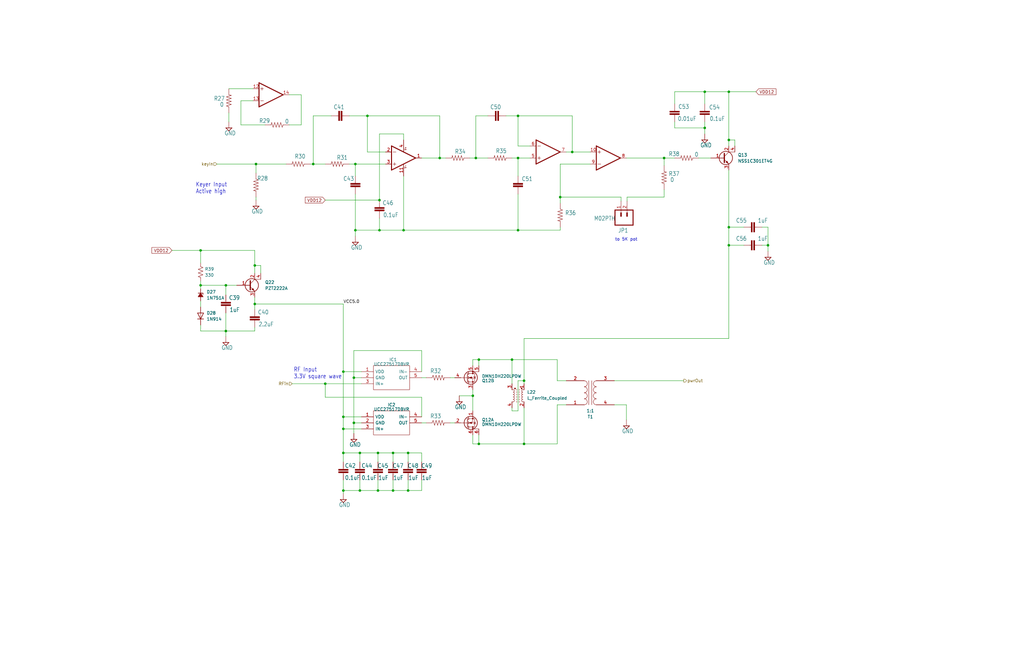
<source format=kicad_sch>
(kicad_sch (version 20230121) (generator eeschema)
  (paper "B")
  (lib_symbols
    (symbol "Device:D" (pin_numbers hide) (pin_names (offset 1.016) hide)
      (property "Reference" "D" (at 0 2.54 0))
      (property "Value" "D" (at 0 -2.54 0))
      (symbol "D_1_1"
        (pin passive line (at -3.81 0 0) (length 2.54) (name "K") (number "1"))
        (pin passive line (at 3.81 0 180) (length 2.54) (name "A") (number "2"))
      )
    )
    (symbol "Device:D_Zener_Small_Filled" (pin_numbers hide) (pin_names (offset 0.254) hide)
      (property "Reference" "D" (at 0 2.286 0))
      (property "Value" "D_Zener_Small_Filled" (at 0 -2.286 0))
      (symbol "D_Zener_Small_Filled_1_1"
        (pin passive line (at -2.54 0 0) (length 1.778) (name "K") (number "1"))
        (pin passive line (at 2.54 0 180) (length 1.778) (name "A") (number "2"))
      )
    )
    (symbol "Device:L_Ferrite_Coupled" (pin_names (offset 0.254) hide)
      (property "Reference" "L" (at 0 4.445 0))
      (property "Value" "L_Ferrite_Coupled" (at 0 -4.445 0))
      (symbol "L_Ferrite_Coupled_1_1"
        (pin passive line (at -5.08 2.54 0) (length 2.54) (name "1") (number "1"))
        (pin passive line (at 5.08 2.54 180) (length 2.54) (name "2") (number "2"))
        (pin passive line (at -5.08 -2.54 0) (length 2.54) (name "3") (number "3"))
        (pin passive line (at 5.08 -2.54 180) (length 2.54) (name "4") (number "4"))
      )
    )
    (symbol "Device:Q_Dual_NMOS_S1G1S2G2D2D2D1D1" (pin_names (offset 0) hide)
      (property "Reference" "Q12" (at 6.35 -1.27 0))
      (property "Value" "DMN10H220LPDW" (at 6.35 0.635 0))
      (symbol "Q_Dual_NMOS_S1G1S2G2D2D2D1D1_1_1"
        (pin passive line (at 2.54 -5.08 90) (length 2.54) (name "S") (number "1"))
        (pin input line (at -5.08 0 0) (length 2.54) (name "G") (number "2"))
        (pin passive line (at 2.54 5.08 270) (length 2.54) (name "D") (number "6"))
        (pin passive line (at 5.08 5.08 270) (length 2.54) (name "D") (number "6"))
      )
      (symbol "Q_Dual_NMOS_S1G1S2G2D2D2D1D1_2_1"
        (pin passive line (at 2.54 -5.08 90) (length 2.54) (name "S") (number "3"))
        (pin input line (at -5.08 0 0) (length 2.54) (name "G") (number "4"))
        (pin passive line (at 2.54 5.08 270) (length 2.54) (name "D") (number "5"))
        (pin passive line (at 5.08 5.08 270) (length 2.54) (name "D") (number "5"))
      )
    )
    (symbol "Device:Q_NPN_BCEC" (pin_names (offset 0) hide)
      (property "Reference" "Q" (at 5.08 1.27 0))
      (property "Value" "Q_NPN_BCEC" (at 5.08 -1.27 0))
      (symbol "Q_NPN_BCEC_1_1"
        (pin input line (at -5.08 0 0) (length 5.715) (name "B") (number "1"))
        (pin passive line (at 2.54 5.08 270) (length 2.54) (name "C") (number "2"))
        (pin passive line (at 2.54 -5.08 90) (length 2.54) (name "E") (number "3"))
        (pin passive line (at 5.08 5.08 270) (length 2.54) (name "C") (number "4"))
      )
    )
    (symbol "Device:R_US" (pin_numbers hide) (pin_names (offset 0))
      (property "Reference" "R" (at 2.54 0 90))
      (property "Value" "R_US" (at -2.54 0 90))
      (symbol "R_US_1_1"
        (pin passive line (at 0 3.81 270) (length 1.27) (name "~") (number "1"))
        (pin passive line (at 0 -3.81 90) (length 1.27) (name "~") (number "2"))
      )
    )
    (symbol "Device:Transformer_1P_1S" (pin_names (offset 1.016) hide)
      (property "Reference" "T" (at 0 6.35 0))
      (property "Value" "Transformer_1P_1S" (at 0 -7.62 0))
      (symbol "Transformer_1P_1S_1_1"
        (pin passive line (at -10.16 5.08 0) (length 7.62) (name "AA") (number "1"))
        (pin passive line (at -10.16 -5.08 0) (length 7.62) (name "AB") (number "2"))
        (pin passive line (at 10.16 -5.08 180) (length 7.62) (name "SA") (number "3"))
        (pin passive line (at 10.16 5.08 180) (length 7.62) (name "SB") (number "4"))
      )
    )
    (symbol "OPA1679IDR_1"
      (symbol "OPA1679IDR_1_1_0"
        (pin output line (at 7.62 0 180) (length 2.54) (name "OUT") (number "1"))
        (pin input line (at -7.62 -2.54 0) (length 2.54) (name "-IN") (number "2"))
        (pin input line (at -7.62 2.54 0) (length 2.54) (name "+IN") (number "3"))
      )
      (symbol "OPA1679IDR_1_2_0"
        (pin input line (at -7.62 2.54 0) (length 2.54) (name "+IN") (number "5"))
        (pin input line (at -7.62 -2.54 0) (length 2.54) (name "-IN") (number "6"))
        (pin output line (at 7.62 0 180) (length 2.54) (name "OUT") (number "7"))
      )
      (symbol "OPA1679IDR_1_3_0"
        (pin input line (at -7.62 2.54 0) (length 2.54) (name "+IN") (number "10"))
        (pin output line (at 7.62 0 180) (length 2.54) (name "OUT") (number "8"))
        (pin input line (at -7.62 -2.54 0) (length 2.54) (name "-IN") (number "9"))
      )
      (symbol "OPA1679IDR_1_4_0"
        (pin input line (at -7.62 2.54 0) (length 2.54) (name "+IN") (number "12"))
        (pin input line (at -7.62 -2.54 0) (length 2.54) (name "-IN") (number "13"))
        (pin output line (at 7.62 0 180) (length 2.54) (name "OUT") (number "14"))
      )
      (symbol "OPA1679IDR_1_5_0"
        (text "V+" (at 1.27 3.175 900) (effects (font (size 0.8128 0.6908)) (justify left bottom)))
        (text "V-" (at 1.27 -4.445 900) (effects (font (size 0.8128 0.6908)) (justify left bottom)))
        (pin bidirectional line (at 0 -7.62 90) (length 5.08) (name "V-") (number "11"))
        (pin input line (at 0 7.62 270) (length 5.08) (name "V+") (number "4"))
      )
    )
    (symbol "OPA1679IDR_2"
      (symbol "OPA1679IDR_2_1_0"
        (pin output line (at 7.62 0 180) (length 2.54) (name "OUT") (number "1"))
        (pin input line (at -7.62 -2.54 0) (length 2.54) (name "-IN") (number "2"))
        (pin input line (at -7.62 2.54 0) (length 2.54) (name "+IN") (number "3"))
      )
      (symbol "OPA1679IDR_2_2_0"
        (pin input line (at -7.62 2.54 0) (length 2.54) (name "+IN") (number "5"))
        (pin input line (at -7.62 -2.54 0) (length 2.54) (name "-IN") (number "6"))
        (pin output line (at 7.62 0 180) (length 2.54) (name "OUT") (number "7"))
      )
      (symbol "OPA1679IDR_2_3_0"
        (pin input line (at -7.62 2.54 0) (length 2.54) (name "+IN") (number "10"))
        (pin output line (at 7.62 0 180) (length 2.54) (name "OUT") (number "8"))
        (pin input line (at -7.62 -2.54 0) (length 2.54) (name "-IN") (number "9"))
      )
      (symbol "OPA1679IDR_2_4_0"
        (pin input line (at -7.62 2.54 0) (length 2.54) (name "+IN") (number "12"))
        (pin input line (at -7.62 -2.54 0) (length 2.54) (name "-IN") (number "13"))
        (pin output line (at 7.62 0 180) (length 2.54) (name "OUT") (number "14"))
      )
      (symbol "OPA1679IDR_2_5_0"
        (text "V+" (at 1.27 3.175 900) (effects (font (size 0.8128 0.6908)) (justify left bottom)))
        (text "V-" (at 1.27 -4.445 900) (effects (font (size 0.8128 0.6908)) (justify left bottom)))
        (pin bidirectional line (at 0 -7.62 90) (length 5.08) (name "V-") (number "11"))
        (pin input line (at 0 7.62 270) (length 5.08) (name "V+") (number "4"))
      )
    )
    (symbol "OPA1679IDR_3"
      (symbol "OPA1679IDR_3_1_0"
        (pin output line (at 7.62 0 180) (length 2.54) (name "OUT") (number "1"))
        (pin input line (at -7.62 -2.54 0) (length 2.54) (name "-IN") (number "2"))
        (pin input line (at -7.62 2.54 0) (length 2.54) (name "+IN") (number "3"))
      )
      (symbol "OPA1679IDR_3_2_0"
        (pin input line (at -7.62 2.54 0) (length 2.54) (name "+IN") (number "5"))
        (pin input line (at -7.62 -2.54 0) (length 2.54) (name "-IN") (number "6"))
        (pin output line (at 7.62 0 180) (length 2.54) (name "OUT") (number "7"))
      )
      (symbol "OPA1679IDR_3_3_0"
        (pin input line (at -7.62 2.54 0) (length 2.54) (name "+IN") (number "10"))
        (pin output line (at 7.62 0 180) (length 2.54) (name "OUT") (number "8"))
        (pin input line (at -7.62 -2.54 0) (length 2.54) (name "-IN") (number "9"))
      )
      (symbol "OPA1679IDR_3_4_0"
        (pin input line (at -7.62 2.54 0) (length 2.54) (name "+IN") (number "12"))
        (pin input line (at -7.62 -2.54 0) (length 2.54) (name "-IN") (number "13"))
        (pin output line (at 7.62 0 180) (length 2.54) (name "OUT") (number "14"))
      )
      (symbol "OPA1679IDR_3_5_0"
        (text "V+" (at 1.27 3.175 900) (effects (font (size 0.8128 0.6908)) (justify left bottom)))
        (text "V-" (at 1.27 -4.445 900) (effects (font (size 0.8128 0.6908)) (justify left bottom)))
        (pin bidirectional line (at 0 -7.62 90) (length 5.08) (name "V-") (number "11"))
        (pin input line (at 0 7.62 270) (length 5.08) (name "V+") (number "4"))
      )
    )
    (symbol "OPA1679IDR_4"
      (symbol "OPA1679IDR_4_1_0"
        (pin output line (at 7.62 0 180) (length 2.54) (name "OUT") (number "1"))
        (pin input line (at -7.62 -2.54 0) (length 2.54) (name "-IN") (number "2"))
        (pin input line (at -7.62 2.54 0) (length 2.54) (name "+IN") (number "3"))
      )
      (symbol "OPA1679IDR_4_2_0"
        (pin input line (at -7.62 2.54 0) (length 2.54) (name "+IN") (number "5"))
        (pin input line (at -7.62 -2.54 0) (length 2.54) (name "-IN") (number "6"))
        (pin output line (at 7.62 0 180) (length 2.54) (name "OUT") (number "7"))
      )
      (symbol "OPA1679IDR_4_3_0"
        (pin input line (at -7.62 2.54 0) (length 2.54) (name "+IN") (number "10"))
        (pin output line (at 7.62 0 180) (length 2.54) (name "OUT") (number "8"))
        (pin input line (at -7.62 -2.54 0) (length 2.54) (name "-IN") (number "9"))
      )
      (symbol "OPA1679IDR_4_4_0"
        (pin input line (at -7.62 2.54 0) (length 2.54) (name "+IN") (number "12"))
        (pin input line (at -7.62 -2.54 0) (length 2.54) (name "-IN") (number "13"))
        (pin output line (at 7.62 0 180) (length 2.54) (name "OUT") (number "14"))
      )
      (symbol "OPA1679IDR_4_5_0"
        (text "V+" (at 1.27 3.175 900) (effects (font (size 0.8128 0.6908)) (justify left bottom)))
        (text "V-" (at 1.27 -4.445 900) (effects (font (size 0.8128 0.6908)) (justify left bottom)))
        (pin bidirectional line (at 0 -7.62 90) (length 5.08) (name "V-") (number "11"))
        (pin input line (at 0 7.62 270) (length 5.08) (name "V+") (number "4"))
      )
    )
    (symbol "Q_Dual_NMOS_S1G1S2G2D2D2D1D1_1" (pin_names (offset 0) hide)
      (property "Reference" "Q12" (at 6.35 -1.27 0))
      (property "Value" "DMN10H220LPDW" (at 6.35 0.635 0))
      (symbol "Q_Dual_NMOS_S1G1S2G2D2D2D1D1_1_1_1"
        (pin passive line (at 2.54 -5.08 90) (length 2.54) (name "S") (number "1"))
        (pin input line (at -5.08 0 0) (length 2.54) (name "G") (number "2"))
        (pin passive line (at 2.54 5.08 270) (length 2.54) (name "D") (number "6"))
        (pin passive line (at 5.08 5.08 270) (length 2.54) (name "D") (number "6"))
      )
      (symbol "Q_Dual_NMOS_S1G1S2G2D2D2D1D1_1_2_1"
        (pin passive line (at 2.54 -5.08 90) (length 2.54) (name "S") (number "3"))
        (pin input line (at -5.08 0 0) (length 2.54) (name "G") (number "4"))
        (pin passive line (at 2.54 5.08 270) (length 2.54) (name "D") (number "5"))
        (pin passive line (at 5.08 5.08 270) (length 2.54) (name "D") (number "5"))
      )
    )
    (symbol "SamacSys_Parts:UCC27517DBVR" (pin_names (offset 0.762))
      (property "Reference" "IC" (at 21.59 7.62 0))
      (property "Value" "UCC27517DBVR" (at 21.59 5.08 0))
      (symbol "UCC27517DBVR_0_0"
        (pin passive line (at 0 0 0) (length 5.08) (name "VDD") (number "1"))
        (pin passive line (at 0 -2.54 0) (length 5.08) (name "GND") (number "2"))
        (pin passive line (at 0 -5.08 0) (length 5.08) (name "IN+") (number "3"))
        (pin passive line (at 25.4 0 180) (length 5.08) (name "IN-") (number "4"))
        (pin passive line (at 25.4 -2.54 180) (length 5.08) (name "OUT") (number "5"))
      )
    )
    (symbol "powerAmp_RevB-eagle-import:CAP0603-CAP"
      (property "Reference" "C" (at 1.524 2.921 0))
      (property "Value" "CAP0603-CAP" (at 1.524 -2.159 0))
      (symbol "CAP0603-CAP_1_0"
        (pin passive line (at 0 5.08 270) (length 2.54) (name "1") (number "1"))
        (pin passive line (at 0 -2.54 90) (length 2.54) (name "2") (number "2"))
      )
    )
    (symbol "powerAmp_RevB-eagle-import:GND" (power)
      (property "Value" "GND" (at -1.905 -3.175 0))
      (symbol "GND_1_0"
        (pin power_in line (at 0 2.54 270) (length 2.54) (name "GND") (number "1"))
      )
    )
    (symbol "powerAmp_RevB-eagle-import:M02PTH"
      (property "Reference" "JP" (at -2.54 5.842 0))
      (property "Value" "M02PTH" (at -2.54 -5.08 0))
      (symbol "M02PTH_1_0"
        (pin passive line (at 7.62 0 180) (length 5.08) (name "1") (number "1"))
        (pin passive line (at 7.62 2.54 180) (length 5.08) (name "2") (number "2"))
      )
    )
    (symbol "powerAmp_RevB-eagle-import:OPA1679IDR"
      (symbol "OPA1679IDR_1_0"
        (pin output line (at 7.62 0 180) (length 2.54) (name "OUT") (number "1"))
        (pin input line (at -7.62 -2.54 0) (length 2.54) (name "-IN") (number "2"))
        (pin input line (at -7.62 2.54 0) (length 2.54) (name "+IN") (number "3"))
      )
      (symbol "OPA1679IDR_2_0"
        (pin input line (at -7.62 2.54 0) (length 2.54) (name "+IN") (number "5"))
        (pin input line (at -7.62 -2.54 0) (length 2.54) (name "-IN") (number "6"))
        (pin output line (at 7.62 0 180) (length 2.54) (name "OUT") (number "7"))
      )
      (symbol "OPA1679IDR_3_0"
        (pin input line (at -7.62 2.54 0) (length 2.54) (name "+IN") (number "10"))
        (pin output line (at 7.62 0 180) (length 2.54) (name "OUT") (number "8"))
        (pin input line (at -7.62 -2.54 0) (length 2.54) (name "-IN") (number "9"))
      )
      (symbol "OPA1679IDR_4_0"
        (pin input line (at -7.62 2.54 0) (length 2.54) (name "+IN") (number "12"))
        (pin input line (at -7.62 -2.54 0) (length 2.54) (name "-IN") (number "13"))
        (pin output line (at 7.62 0 180) (length 2.54) (name "OUT") (number "14"))
      )
      (symbol "OPA1679IDR_5_0"
        (text "V+" (at 1.27 3.175 900) (effects (font (size 0.8128 0.6908)) (justify left bottom)))
        (text "V-" (at 1.27 -4.445 900) (effects (font (size 0.8128 0.6908)) (justify left bottom)))
        (pin bidirectional line (at 0 -7.62 90) (length 5.08) (name "V-") (number "11"))
        (pin input line (at 0 7.62 270) (length 5.08) (name "V+") (number "4"))
      )
    )
    (symbol "powerAmp_RevB-eagle-import:RESISTOR0603-RES"
      (property "Reference" "R" (at -3.81 1.4986 0))
      (property "Value" "RESISTOR0603-RES" (at -3.81 -3.302 0))
      (symbol "RESISTOR0603-RES_1_0"
        (pin passive line (at -5.08 0 0) (length 2.54) (name "1") (number "1"))
        (pin passive line (at 5.08 0 180) (length 2.54) (name "2") (number "2"))
      )
    )
  )
  (junction (at 280.035 66.675))
  (junction (at 297.18 38.735))
  (junction (at 170.18 97.155))
  (junction (at 297.18 53.975))
  (junction (at 149.86 69.215))
  (junction (at 149.225 159.385))
  (junction (at 160.02 84.455))
  (junction (at 144.78 156.845))
  (junction (at 172.085 191.135))
  (junction (at 220.98 160.655))
  (junction (at 160.02 97.155))
  (junction (at 201.93 187.325))
  (junction (at 215.9 151.765))
  (junction (at 236.22 83.185))
  (junction (at 323.85 103.505))
  (junction (at 172.085 207.01))
  (junction (at 241.3 64.135))
  (junction (at 200.66 66.675))
  (junction (at 144.78 180.975))
  (junction (at 220.98 187.325))
  (junction (at 107.95 69.215))
  (junction (at 149.86 97.155))
  (junction (at 154.94 48.895))
  (junction (at 218.44 66.675))
  (junction (at 95.25 120.396))
  (junction (at 107.442 128.27))
  (junction (at 159.385 207.01))
  (junction (at 159.385 191.135))
  (junction (at 84.582 120.396))
  (junction (at 201.93 151.765))
  (junction (at 151.765 191.135))
  (junction (at 307.34 95.885))
  (junction (at 199.39 167.005))
  (junction (at 144.78 207.01))
  (junction (at 218.44 48.895))
  (junction (at 185.42 66.675))
  (junction (at 165.735 191.135))
  (junction (at 149.225 178.435))
  (junction (at 84.582 105.664))
  (junction (at 307.34 103.505))
  (junction (at 165.735 207.01))
  (junction (at 95.25 139.7))
  (junction (at 307.34 59.055))
  (junction (at 144.78 191.135))
  (junction (at 137.16 161.925))
  (junction (at 107.442 112.014))
  (junction (at 218.44 97.155))
  (junction (at 144.78 175.895))
  (junction (at 151.765 207.01))
  (junction (at 307.34 38.735))
  (junction (at 132.08 69.215))
  (wire (pts (xy 84.582 139.7) (xy 95.25 139.7)))
  (wire (pts (xy 189.865 178.435) (xy 191.77 178.435)))
  (wire (pts (xy 280.035 66.675) (xy 280.035 69.85)))
  (wire (pts (xy 159.385 207.01) (xy 165.735 207.01)))
  (wire (pts (xy 162.56 64.135) (xy 154.94 64.135)))
  (wire (pts (xy 160.02 84.455) (xy 137.16 84.455)))
  (wire (pts (xy 170.18 74.295) (xy 170.18 97.155)))
  (wire (pts (xy 151.765 191.135) (xy 144.78 191.135)))
  (wire (pts (xy 234.95 170.815) (xy 238.76 170.815)))
  (wire (pts (xy 205.74 48.895) (xy 200.66 48.895)))
  (wire (pts (xy 234.95 151.765) (xy 234.95 160.655)))
  (wire (pts (xy 107.442 128.27) (xy 107.442 130.556)))
  (wire (pts (xy 307.34 59.055) (xy 307.34 61.595)))
  (wire (pts (xy 236.22 69.215) (xy 248.92 69.215)))
  (wire (pts (xy 152.4 161.925) (xy 137.16 161.925)))
  (wire (pts (xy 159.385 191.135) (xy 151.765 191.135)))
  (wire (pts (xy 185.42 48.895) (xy 154.94 48.895)))
  (wire (pts (xy 139.7 48.895) (xy 132.08 48.895)))
  (wire (pts (xy 95.25 120.396) (xy 99.822 120.396)))
  (wire (pts (xy 307.34 38.735) (xy 318.77 38.735)))
  (wire (pts (xy 172.085 207.01) (xy 177.8 207.01)))
  (wire (pts (xy 149.86 69.215) (xy 162.56 69.215)))
  (wire (pts (xy 236.22 83.185) (xy 236.22 85.725)))
  (wire (pts (xy 121.92 52.705) (xy 127 52.705)))
  (wire (pts (xy 160.02 97.155) (xy 149.86 97.155)))
  (wire (pts (xy 218.44 173.355) (xy 218.44 160.655)))
  (wire (pts (xy 234.95 160.655) (xy 238.76 160.655)))
  (wire (pts (xy 95.25 141.986) (xy 95.25 139.7)))
  (wire (pts (xy 241.3 48.895) (xy 218.44 48.895)))
  (wire (pts (xy 177.8 147.955) (xy 149.225 147.955)))
  (wire (pts (xy 144.78 208.28) (xy 144.78 207.01)))
  (wire (pts (xy 151.765 191.135) (xy 151.765 194.945)))
  (wire (pts (xy 199.39 151.765) (xy 201.93 151.765)))
  (wire (pts (xy 127 40.005) (xy 121.92 40.005)))
  (wire (pts (xy 177.8 66.675) (xy 185.42 66.675)))
  (wire (pts (xy 132.08 48.895) (xy 132.08 69.215)))
  (wire (pts (xy 284.48 51.435) (xy 284.48 53.975)))
  (wire (pts (xy 220.98 161.925) (xy 220.98 160.655)))
  (wire (pts (xy 201.93 154.305) (xy 201.93 151.765)))
  (wire (pts (xy 321.31 95.885) (xy 323.85 95.885)))
  (wire (pts (xy 107.442 128.27) (xy 144.78 128.27)))
  (wire (pts (xy 264.16 177.165) (xy 264.16 170.815)))
  (wire (pts (xy 309.88 59.055) (xy 307.34 59.055)))
  (wire (pts (xy 149.86 74.295) (xy 149.86 69.215)))
  (wire (pts (xy 144.78 180.975) (xy 152.4 180.975)))
  (wire (pts (xy 144.78 207.01) (xy 151.765 207.01)))
  (wire (pts (xy 91.44 69.215) (xy 107.95 69.215)))
  (wire (pts (xy 132.08 69.215) (xy 137.16 69.215)))
  (wire (pts (xy 198.12 66.675) (xy 200.66 66.675)))
  (wire (pts (xy 284.48 53.975) (xy 297.18 53.975)))
  (wire (pts (xy 84.582 118.618) (xy 84.582 120.396)))
  (wire (pts (xy 96.52 37.465) (xy 106.68 37.465)))
  (wire (pts (xy 107.442 115.316) (xy 107.442 112.014)))
  (wire (pts (xy 215.9 66.675) (xy 218.44 66.675)))
  (wire (pts (xy 297.18 56.515) (xy 297.18 53.975)))
  (wire (pts (xy 218.44 66.675) (xy 223.52 66.675)))
  (wire (pts (xy 297.18 38.735) (xy 307.34 38.735)))
  (wire (pts (xy 241.3 64.135) (xy 248.92 64.135)))
  (wire (pts (xy 159.385 202.565) (xy 159.385 207.01)))
  (wire (pts (xy 84.582 127) (xy 84.582 129.54)))
  (wire (pts (xy 144.78 207.01) (xy 144.78 202.565)))
  (wire (pts (xy 307.34 103.505) (xy 313.69 103.505)))
  (wire (pts (xy 165.735 191.135) (xy 165.735 194.945)))
  (wire (pts (xy 144.78 175.895) (xy 144.78 180.975)))
  (wire (pts (xy 72.517 105.664) (xy 84.582 105.664)))
  (wire (pts (xy 297.18 53.975) (xy 297.18 51.435)))
  (wire (pts (xy 294.64 66.675) (xy 299.72 66.675)))
  (wire (pts (xy 177.8 191.135) (xy 172.085 191.135)))
  (wire (pts (xy 177.8 167.64) (xy 177.8 175.895)))
  (wire (pts (xy 109.982 115.316) (xy 109.982 112.014)))
  (wire (pts (xy 218.44 97.155) (xy 236.22 97.155)))
  (wire (pts (xy 95.25 124.46) (xy 95.25 120.396)))
  (wire (pts (xy 165.735 202.565) (xy 165.735 207.01)))
  (wire (pts (xy 280.035 83.185) (xy 264.414 83.185)))
  (wire (pts (xy 170.18 97.155) (xy 160.02 97.155)))
  (wire (pts (xy 220.98 187.325) (xy 234.95 187.325)))
  (wire (pts (xy 84.582 120.396) (xy 84.582 121.92)))
  (wire (pts (xy 307.34 95.885) (xy 313.69 95.885)))
  (wire (pts (xy 280.035 80.01) (xy 280.035 83.185)))
  (wire (pts (xy 137.16 167.64) (xy 177.8 167.64)))
  (wire (pts (xy 284.48 38.735) (xy 297.18 38.735)))
  (wire (pts (xy 172.085 202.565) (xy 172.085 207.01)))
  (wire (pts (xy 107.442 112.014) (xy 107.442 105.664)))
  (wire (pts (xy 321.31 103.505) (xy 323.85 103.505)))
  (wire (pts (xy 218.44 81.915) (xy 218.44 97.155)))
  (wire (pts (xy 165.735 191.135) (xy 159.385 191.135)))
  (wire (pts (xy 185.42 66.675) (xy 185.42 48.895)))
  (wire (pts (xy 199.39 187.325) (xy 201.93 187.325)))
  (wire (pts (xy 264.414 84.836) (xy 264.414 83.185)))
  (wire (pts (xy 284.48 43.815) (xy 284.48 38.735)))
  (wire (pts (xy 107.95 69.215) (xy 107.95 73.025)))
  (wire (pts (xy 160.02 92.075) (xy 160.02 97.155)))
  (wire (pts (xy 189.865 159.385) (xy 191.77 159.385)))
  (wire (pts (xy 95.25 139.7) (xy 107.442 139.7)))
  (wire (pts (xy 220.98 142.875) (xy 220.98 160.655)))
  (wire (pts (xy 200.66 66.675) (xy 205.74 66.675)))
  (wire (pts (xy 107.95 69.215) (xy 120.65 69.215)))
  (wire (pts (xy 234.95 187.325) (xy 234.95 170.815)))
  (wire (pts (xy 172.085 191.135) (xy 165.735 191.135)))
  (wire (pts (xy 199.39 154.305) (xy 199.39 151.765)))
  (wire (pts (xy 149.225 178.435) (xy 149.225 182.88)))
  (wire (pts (xy 107.95 83.185) (xy 107.95 84.455)))
  (wire (pts (xy 236.22 83.185) (xy 261.874 83.185)))
  (wire (pts (xy 172.085 191.135) (xy 172.085 194.945)))
  (wire (pts (xy 218.44 74.295) (xy 218.44 66.675)))
  (wire (pts (xy 261.874 84.836) (xy 261.874 83.185)))
  (wire (pts (xy 107.442 105.664) (xy 84.582 105.664)))
  (wire (pts (xy 323.85 95.885) (xy 323.85 103.505)))
  (wire (pts (xy 307.34 71.755) (xy 307.34 95.885)))
  (wire (pts (xy 144.78 128.27) (xy 144.78 156.845)))
  (wire (pts (xy 220.98 142.875) (xy 307.34 142.875)))
  (wire (pts (xy 106.68 42.545) (xy 101.6 42.545)))
  (wire (pts (xy 159.385 191.135) (xy 159.385 194.945)))
  (wire (pts (xy 151.765 202.565) (xy 151.765 207.01)))
  (wire (pts (xy 147.32 69.215) (xy 149.86 69.215)))
  (wire (pts (xy 101.6 52.705) (xy 111.76 52.705)))
  (wire (pts (xy 280.035 66.675) (xy 284.48 66.675)))
  (wire (pts (xy 165.735 207.01) (xy 172.085 207.01)))
  (wire (pts (xy 218.44 61.595) (xy 218.44 48.895)))
  (wire (pts (xy 107.442 139.7) (xy 107.442 138.176)))
  (wire (pts (xy 152.4 159.385) (xy 149.225 159.385)))
  (wire (pts (xy 201.93 151.765) (xy 215.9 151.765)))
  (wire (pts (xy 236.22 69.215) (xy 236.22 83.185)))
  (wire (pts (xy 84.582 105.664) (xy 84.582 110.998)))
  (wire (pts (xy 259.08 160.655) (xy 288.29 160.655)))
  (wire (pts (xy 154.94 48.895) (xy 147.32 48.895)))
  (wire (pts (xy 149.225 159.385) (xy 149.225 178.435)))
  (wire (pts (xy 215.9 151.765) (xy 234.95 151.765)))
  (wire (pts (xy 199.39 164.465) (xy 199.39 167.005)))
  (wire (pts (xy 264.16 66.675) (xy 280.035 66.675)))
  (wire (pts (xy 149.86 81.915) (xy 149.86 97.155)))
  (wire (pts (xy 297.18 43.815) (xy 297.18 38.735)))
  (wire (pts (xy 149.225 147.955) (xy 149.225 159.385)))
  (wire (pts (xy 96.52 47.625) (xy 96.52 51.435)))
  (wire (pts (xy 84.582 120.396) (xy 95.25 120.396)))
  (wire (pts (xy 177.8 156.845) (xy 177.8 147.955)))
  (wire (pts (xy 137.16 161.925) (xy 137.16 167.64)))
  (wire (pts (xy 154.94 64.135) (xy 154.94 48.895)))
  (wire (pts (xy 109.982 112.014) (xy 107.442 112.014)))
  (wire (pts (xy 238.76 64.135) (xy 241.3 64.135)))
  (wire (pts (xy 160.02 84.455) (xy 160.02 56.515)))
  (wire (pts (xy 309.88 61.595) (xy 309.88 59.055)))
  (wire (pts (xy 201.93 187.325) (xy 220.98 187.325)))
  (wire (pts (xy 307.34 38.735) (xy 307.34 59.055)))
  (wire (pts (xy 220.98 172.085) (xy 220.98 187.325)))
  (wire (pts (xy 84.582 137.16) (xy 84.582 139.7)))
  (wire (pts (xy 149.225 178.435) (xy 152.4 178.435)))
  (wire (pts (xy 215.9 151.765) (xy 215.9 161.925)))
  (wire (pts (xy 127 52.705) (xy 127 40.005)))
  (wire (pts (xy 201.93 183.515) (xy 201.93 187.325)))
  (wire (pts (xy 218.44 48.895) (xy 213.36 48.895)))
  (wire (pts (xy 236.22 95.885) (xy 236.22 97.155)))
  (wire (pts (xy 218.44 160.655) (xy 220.98 160.655)))
  (wire (pts (xy 218.44 97.155) (xy 170.18 97.155)))
  (wire (pts (xy 160.02 56.515) (xy 170.18 56.515)))
  (wire (pts (xy 144.78 180.975) (xy 144.78 191.135)))
  (wire (pts (xy 307.34 142.875) (xy 307.34 103.505)))
  (wire (pts (xy 193.675 167.005) (xy 199.39 167.005)))
  (wire (pts (xy 264.16 170.815) (xy 259.08 170.815)))
  (wire (pts (xy 107.442 125.476) (xy 107.442 128.27)))
  (wire (pts (xy 177.8 178.435) (xy 179.705 178.435)))
  (wire (pts (xy 144.78 191.135) (xy 144.78 194.945)))
  (wire (pts (xy 223.52 61.595) (xy 218.44 61.595)))
  (wire (pts (xy 177.8 194.945) (xy 177.8 191.135)))
  (wire (pts (xy 144.78 156.845) (xy 152.4 156.845)))
  (wire (pts (xy 215.9 172.085) (xy 215.9 173.355)))
  (wire (pts (xy 144.78 175.895) (xy 152.4 175.895)))
  (wire (pts (xy 177.8 159.385) (xy 179.705 159.385)))
  (wire (pts (xy 323.85 106.045) (xy 323.85 103.505)))
  (wire (pts (xy 199.39 167.005) (xy 199.39 173.355)))
  (wire (pts (xy 185.42 66.675) (xy 187.96 66.675)))
  (wire (pts (xy 170.18 56.515) (xy 170.18 59.055)))
  (wire (pts (xy 101.6 42.545) (xy 101.6 52.705)))
  (wire (pts (xy 177.8 202.565) (xy 177.8 207.01)))
  (wire (pts (xy 241.3 64.135) (xy 241.3 48.895)))
  (wire (pts (xy 149.86 97.155) (xy 149.86 99.695)))
  (wire (pts (xy 151.765 207.01) (xy 159.385 207.01)))
  (wire (pts (xy 200.66 48.895) (xy 200.66 66.675)))
  (wire (pts (xy 215.9 173.355) (xy 218.44 173.355)))
  (wire (pts (xy 95.25 132.08) (xy 95.25 139.7)))
  (wire (pts (xy 144.78 175.895) (xy 144.78 156.845)))
  (wire (pts (xy 307.34 103.505) (xy 307.34 95.885)))
  (wire (pts (xy 130.81 69.215) (xy 132.08 69.215)))
  (wire (pts (xy 199.39 183.515) (xy 199.39 187.325)))
  (wire (pts (xy 123.19 161.925) (xy 137.16 161.925)))
  (text "RF Input\n3.3V square wave" (at 123.825 160.02 0) (effects (font (size 1.778 1.5113)) (justify left bottom)))
  (text "to 5K pot" (at 259.334 101.854 0) (effects (font (size 1.27 1.27)) (justify left bottom)))
  (text "Keyer Input\nActive high" (at 82.55 81.915 0) (effects (font (size 1.778 1.5113)) (justify left bottom)))
  (label "VCC5.0" (at 144.78 128.27 0))
  (global_label "VDD12" (shape input) (at 318.77 38.735 0) (property "Intersheetrefs" "${INTERSHEET_REFS}" (at 327.2613 38.735 0) (effects (justify left))))
  (global_label "VDD12" (shape input) (at 137.16 84.455 180) (property "Intersheetrefs" "${INTERSHEET_REFS}" (at 128.6687 84.455 0) (effects (justify right))))
  (global_label "VDD12" (shape input) (at 72.517 105.664 180) (property "Intersheetrefs" "${INTERSHEET_REFS}" (at 64.0257 105.664 0) (effects (justify right))))
  (hierarchical_label "keyIn" (shape input) (at 91.44 69.215 180))
  (hierarchical_label "RFin" (shape input) (at 123.19 161.925 180))
  (hierarchical_label "pwrOut" (shape output) (at 288.29 160.655 0))
  (symbol (lib_id "powerAmp_RevB-eagle-import:CAP0603-CAP") (at 151.765 197.485 180) (unit 1)
    (property "Reference" "C44" (at 152.4 197.485 0) (effects (font (size 1.778 1.5113)) (justify right top)))
    (property "Value" "0.1uF" (at 152.4 202.565 0) (effects (font (size 1.778 1.5113)) (justify right top)))
    (property "Footprint" "Capacitor_SMD:C_0603_1608Metric_Pad1.08x0.95mm_HandSolder" (effects hide))
    (instances (project "fieldRadio_1.1" (path "" (reference "C44") (unit 1))) (project "powerAmp" (path "" (reference "C3") (unit 1))))
  )
  (symbol (lib_id "powerAmp_RevB-eagle-import:CAP0603-CAP") (at 284.48 46.355 180) (unit 1)
    (property "Reference" "C53" (at 286.004 45.974 0) (effects (font (size 1.778 1.5113)) (justify right top)))
    (property "Value" "0.01uF" (at 285.75 51.054 0) (effects (font (size 1.778 1.5113)) (justify right top)))
    (property "Footprint" "Capacitor_SMD:C_0603_1608Metric_Pad1.08x0.95mm_HandSolder" (effects hide))
    (instances (project "fieldRadio_1.1" (path "" (reference "C53") (unit 1))) (project "" (path "" (reference "C7") (unit 1))) (project "powerAmp" (path "" (reference "C7") (unit 1))))
  )
  (symbol (lib_id "Device:Q_NPN_BCEC") (at 304.8 66.675 0) (unit 1)
    (property "Reference" "Q13" (at 311.15 65.405 0) (effects (justify left)))
    (property "Value" "NSS1C301ET4G" (at 311.15 67.945 0) (effects (justify left)))
    (property "Footprint" "Package_TO_SOT_SMD:TO-252-3_TabPin4" (effects hide))
    (instances (project "fieldRadio_1.1" (path "" (reference "Q13") (unit 1))) (project "powerAmp" (path "" (reference "Q1") (unit 1))))
  )
  (symbol (lib_name "OPA1679IDR_2") (lib_id "powerAmp_RevB-eagle-import:OPA1679IDR") (at 231.14 64.135 0) (mirror x) (unit 2)
    (property "Reference" "U$1" (effects hide))
    (property "Value" "OPA1679IDR" (effects hide))
    (property "Footprint" "Package_SO:SOIC-14_3.9x8.7mm_P1.27mm" (effects hide))
    (instances (project "fieldRadio_1.1" (path "" (reference "U$1") (unit 2))) (project "" (path "" (reference "U$2") (unit 2))) (project "powerAmp" (path "" (reference "U$2") (unit 2))))
  )
  (symbol (lib_id "SamacSys_Parts:UCC27517DBVR") (at 152.4 156.845 0) (unit 1)
    (property "Reference" "IC1" (at 165.735 151.765 0))
    (property "Value" "UCC27517DBVR" (at 165.1 153.67 0))
    (property "Footprint" "SamacSys_Parts:SOT95P280X145-5N" (effects hide))
    (property "Datasheet" "http://www.ti.com/lit/gpn/ucc27517" (effects hide))
    (property "Description" "4A/4A Single Channel High-speed Low-side Gate Driver" (effects hide))
    (property "Height" "1.45" (effects hide))
    (property "Mouser Part Number" "595-UCC27517DBVR" (effects hide))
    (property "Mouser Price/Stock" "https://www.mouser.co.uk/ProductDetail/Texas-Instruments/UCC27517DBVR?qs=Brs2XCuyt3cZR2K0W764eA%3D%3D" (effects hide))
    (property "Manufacturer_Name" "Texas Instruments" (effects hide))
    (property "Manufacturer_Part_Number" "UCC27517DBVR" (effects hide))
  )
  (symbol (lib_id "powerAmp_RevB-eagle-import:RESISTOR0603-RES") (at 193.04 66.675 180) (unit 1)
    (property "Reference" "R34" (at 191.77 64.9224 0) (effects (font (size 1.778 1.5113)) (justify right top)))
    (property "Value" "36K" (at 190.754 70.485 0) (effects (font (size 1.778 1.5113)) (justify right top)))
    (property "Footprint" "Resistor_SMD:R_0603_1608Metric_Pad0.98x0.95mm_HandSolder" (effects hide))
    (property "Value" "603-RC0603FR-0736KL" (effects hide))
    (instances (project "fieldRadio_1.1" (path "" (reference "R34") (unit 1))) (project "" (path "" (reference "R9") (unit 1))) (project "powerAmp" (path "" (reference "R9") (unit 1))))
  )
  (symbol (lib_id "powerAmp_RevB-eagle-import:RESISTOR0603-RES") (at 96.52 42.545 90) (unit 1)
    (property "Reference" "R27" (at 90.17 42.545 90) (effects (font (size 1.778 1.5113)) (justify right top)))
    (property "Value" "0" (at 92.71 45.085 90) (effects (font (size 1.778 1.5113)) (justify right top)))
    (property "Footprint" "Resistor_SMD:R_0603_1608Metric_Pad0.98x0.95mm_HandSolder" (effects hide))
    (instances (project "fieldRadio_1.1" (path "" (reference "R27") (unit 1))) (project "" (path "" (reference "R21") (unit 1))) (project "powerAmp" (path "" (reference "R21") (unit 1))))
  )
  (symbol (lib_id "powerAmp_RevB-eagle-import:CAP0603-CAP") (at 144.78 197.485 180) (unit 1)
    (property "Reference" "C42" (at 145.415 197.485 0) (effects (font (size 1.778 1.5113)) (justify right top)))
    (property "Value" "0.1uF" (at 145.415 202.565 0) (effects (font (size 1.778 1.5113)) (justify right top)))
    (property "Footprint" "Capacitor_SMD:C_0603_1608Metric_Pad1.08x0.95mm_HandSolder" (effects hide))
    (instances (project "fieldRadio_1.1" (path "" (reference "C42") (unit 1))) (project "powerAmp" (path "" (reference "C2") (unit 1))))
  )
  (symbol (lib_id "powerAmp_RevB-eagle-import:RESISTOR0603-RES") (at 184.785 178.435 0) (unit 1)
    (property "Reference" "R33" (at 186.055 174.625 0) (effects (font (size 1.778 1.5113)) (justify right top)))
    (property "Value" "0" (at 186.055 180.975 0) (effects (font (size 1.778 1.5113)) (justify right top)))
    (property "Footprint" "Resistor_SMD:R_0805_2012Metric_Pad1.20x1.40mm_HandSolder" (effects hide))
    (property "Value" "603-RC0603FR-0733KL" (effects hide))
    (instances (project "fieldRadio_1.1" (path "" (reference "R33") (unit 1))) (project "powerAmp" (path "" (reference "R6") (unit 1))))
  )
  (symbol (lib_id "powerAmp_RevB-eagle-import:CAP0603-CAP") (at 210.82 48.895 90) (unit 1)
    (property "Reference" "C50" (at 211.328 44.196 90) (effects (font (size 1.778 1.5113)) (justify left bottom)))
    (property "Value" "0.22uF" (at 213.36 51.308 90) (effects (font (size 1.778 1.5113)) (justify left bottom)))
    (property "Footprint" "Capacitor_SMD:C_0603_1608Metric_Pad1.08x0.95mm_HandSolder" (effects hide))
    (property "Value" "710-885012206073" (effects hide))
    (instances (project "fieldRadio_1.1" (path "" (reference "C50") (unit 1))) (project "" (path "" (reference "C18") (unit 1))) (project "powerAmp" (path "" (reference "C18") (unit 1))))
  )
  (symbol (lib_name "OPA1679IDR_1") (lib_id "powerAmp_RevB-eagle-import:OPA1679IDR") (at 256.54 66.675 0) (unit 3)
    (property "Reference" "U$1" (effects hide))
    (property "Value" "OPA1679IDR" (effects hide))
    (property "Footprint" "Package_SO:SOIC-14_3.9x8.7mm_P1.27mm" (effects hide))
    (instances (project "fieldRadio_1.1" (path "" (reference "U$1") (unit 3))) (project "" (path "" (reference "U$2") (unit 3))) (project "powerAmp" (path "" (reference "U$2") (unit 3))))
  )
  (symbol (lib_id "powerAmp_RevB-eagle-import:CAP0603-CAP") (at 144.78 48.895 90) (unit 1)
    (property "Reference" "C41" (at 145.288 44.196 90) (effects (font (size 1.778 1.5113)) (justify left bottom)))
    (property "Value" "89p" (at 147.32 51.308 90) (effects (font (size 1.778 1.5113)) (justify left bottom)))
    (property "Footprint" "Capacitor_SMD:C_0603_1608Metric_Pad1.08x0.95mm_HandSolder" (effects hide))
    (property "Value" "710-885012206073" (effects hide))
    (instances (project "fieldRadio_1.1" (path "" (reference "C41") (unit 1))) (project "" (path "" (reference "C14") (unit 1))) (project "powerAmp" (path "" (reference "C14") (unit 1))))
  )
  (symbol (lib_id "powerAmp_RevB-eagle-import:CAP0603-CAP") (at 316.23 103.505 270) (unit 1)
    (property "Reference" "C56" (at 314.96 99.695 90) (effects (font (size 1.778 1.5113)) (justify right top)))
    (property "Value" "1uF" (at 323.85 99.695 90) (effects (font (size 1.778 1.5113)) (justify right top)))
    (property "Footprint" "Capacitor_SMD:C_0603_1608Metric_Pad1.08x0.95mm_HandSolder" (effects hide))
    (instances (project "fieldRadio_1.1" (path "" (reference "C56") (unit 1))) (project "powerAmp" (path "" (reference "C1") (unit 1))))
  )
  (symbol (lib_id "powerAmp_RevB-eagle-import:GND") (at 149.86 102.235 0) (unit 1)
    (property "Reference" "#SUPPLY06" (effects hide))
    (property "Value" "GND" (at 147.955 105.41 0) (effects (font (size 1.778 1.5113)) (justify left bottom)))
    (property "Footprint" "powerAmp_RevB:" (effects hide))
  )
  (symbol (lib_name "OPA1679IDR_3") (lib_id "powerAmp_RevB-eagle-import:OPA1679IDR") (at 170.18 66.675 0) (unit 5)
    (property "Reference" "U$1" (effects hide))
    (property "Value" "OPA1679IDR" (effects hide))
    (property "Footprint" "Package_SO:SOIC-14_3.9x8.7mm_P1.27mm" (effects hide))
    (instances (project "fieldRadio_1.1" (path "" (reference "U$1") (unit 5))) (project "" (path "" (reference "U$2") (unit 5))) (project "powerAmp" (path "" (reference "U$2") (unit 5))))
  )
  (symbol (lib_id "powerAmp_RevB-eagle-import:GND") (at 297.18 59.055 0) (unit 1)
    (property "Reference" "#SUPPLY09" (effects hide))
    (property "Value" "GND" (at 295.275 62.23 0) (effects (font (size 1.778 1.5113)) (justify left bottom)))
    (property "Footprint" "powerAmp_RevB:" (effects hide))
  )
  (symbol (lib_id "powerAmp_RevB-eagle-import:RESISTOR0603-RES") (at 125.73 69.215 180) (unit 1)
    (property "Reference" "R30" (at 124.206 66.9544 0) (effects (font (size 1.778 1.5113)) (justify right top)))
    (property "Value" "33K" (at 123.698 73.025 0) (effects (font (size 1.778 1.5113)) (justify right top)))
    (property "Footprint" "Resistor_SMD:R_0603_1608Metric_Pad0.98x0.95mm_HandSolder" (effects hide))
    (property "Value" "603-RC0603FR-0733KL" (effects hide))
    (instances (project "fieldRadio_1.1" (path "" (reference "R30") (unit 1))) (project "" (path "" (reference "R7") (unit 1))) (project "powerAmp" (path "" (reference "R7") (unit 1))))
  )
  (symbol (lib_name "OPA1679IDR_4") (lib_id "powerAmp_RevB-eagle-import:OPA1679IDR") (at 170.18 66.675 0) (mirror x) (unit 1)
    (property "Reference" "U$1" (effects hide))
    (property "Value" "OPA1679IDR" (effects hide))
    (property "Footprint" "Package_SO:SOIC-14_3.9x8.7mm_P1.27mm" (effects hide))
    (instances (project "fieldRadio_1.1" (path "" (reference "U$1") (unit 1))) (project "" (path "" (reference "U$2") (unit 1))) (project "powerAmp" (path "" (reference "U$2") (unit 1))))
  )
  (symbol (lib_id "Device:Transformer_1P_1S") (at 248.92 165.735 0) (mirror x) (unit 1)
    (property "Reference" "T1" (at 248.9327 175.895 0))
    (property "Value" "1:1" (at 248.9327 173.355 0))
    (property "Footprint" "Transformer_THT:Transformer_Toroid_Horizontal_D14.0mm_Amidon-T50" (effects hide))
  )
  (symbol (lib_id "powerAmp_RevB-eagle-import:CAP0603-CAP") (at 218.44 79.375 0) (unit 1)
    (property "Reference" "C51" (at 219.964 76.454 0) (effects (font (size 1.778 1.5113)) (justify left bottom)))
    (property "Value" "0.022uF" (at 219.964 81.534 0) (effects (font (size 1.778 1.5113)) (justify left bottom)))
    (property "Footprint" "Capacitor_SMD:C_0603_1608Metric_Pad1.08x0.95mm_HandSolder" (effects hide))
    (property "Value" "80-C0603C223K3R" (effects hide))
    (instances (project "fieldRadio_1.1" (path "" (reference "C51") (unit 1))) (project "" (path "" (reference "C15") (unit 1))) (project "powerAmp" (path "" (reference "C15") (unit 1))))
  )
  (symbol (lib_name "Q_Dual_NMOS_S1G1S2G2D2D2D1D1_1") (lib_id "Device:Q_Dual_NMOS_S1G1S2G2D2D2D1D1") (at 196.85 159.385 0) (unit 2)
    (property "Reference" "Q12" (at 203.2 160.655 0) (effects (justify left)))
    (property "Value" "DMN10H220LPDW" (at 203.2 158.75 0) (effects (justify left)))
    (property "Footprint" "SamacSys_Parts:DMN10H220LPDW13" (effects hide))
    (instances (project "fieldRadio_1.1" (path "" (reference "Q12") (unit 2))) (project "powerAmp" (path "" (reference "Q2") (unit 2))))
  )
  (symbol (lib_id "powerAmp_RevB-eagle-import:M02PTH") (at 261.874 92.456 270) (mirror x) (unit 1)
    (property "Reference" "JP1" (at 260.604 96.266 90) (effects (font (size 1.778 1.5113)) (justify left bottom)))
    (property "Value" "M02PTH" (at 250.444 91.186 90) (effects (font (size 1.778 1.5113)) (justify left bottom)))
    (property "Footprint" "Connector_PinHeader_2.54mm:PinHeader_1x02_P2.54mm_Vertical" (effects hide))
    (instances (project "fieldRadio_1.1" (path "" (reference "JP1") (unit 1))) (project "powerAmp" (path "" (reference "JP3") (unit 1))))
  )
  (symbol (lib_id "powerAmp_RevB-eagle-import:RESISTOR0603-RES") (at 107.95 78.105 270) (unit 1)
    (property "Reference" "R28" (at 113.03 74.295 90) (effects (font (size 1.778 1.5113)) (justify right top)))
    (property "Value" "47K" (at 114.3 76.835 90) (effects (font (size 1.778 1.5113)) (justify right top)))
    (property "Footprint" "Resistor_SMD:R_0603_1608Metric_Pad0.98x0.95mm_HandSolder" (effects hide))
    (property "Value" "603-RC0603FR-0733KL" (effects hide))
    (instances (project "fieldRadio_1.1" (path "" (reference "R28") (unit 1))) (project "powerAmp" (path "" (reference "R3") (unit 1))))
  )
  (symbol (lib_id "powerAmp_RevB-eagle-import:CAP0603-CAP") (at 159.385 200.025 0) (unit 1)
    (property "Reference" "C45" (at 163.83 195.58 0) (effects (font (size 1.778 1.5113)) (justify right top)))
    (property "Value" "1uF" (at 163.83 200.66 0) (effects (font (size 1.778 1.5113)) (justify right top)))
    (property "Footprint" "Capacitor_SMD:C_0603_1608Metric_Pad1.08x0.95mm_HandSolder" (effects hide))
    (instances (project "fieldRadio_1.1" (path "" (reference "C45") (unit 1))) (project "powerAmp" (path "" (reference "C10") (unit 1))))
  )
  (symbol (lib_id "powerAmp_RevB-eagle-import:RESISTOR0603-RES") (at 289.56 66.675 180) (unit 1)
    (property "Reference" "R38" (at 281.94 65.9384 0) (effects (font (size 1.778 1.5113)) (justify right top)))
    (property "Value" "0" (at 292.862 66.167 0) (effects (font (size 1.778 1.5113)) (justify right top)))
    (property "Footprint" "Resistor_SMD:R_0603_1608Metric_Pad0.98x0.95mm_HandSolder" (effects hide))
    (instances (project "fieldRadio_1.1" (path "" (reference "R38") (unit 1))) (project "" (path "" (reference "R1") (unit 1))) (project "powerAmp" (path "" (reference "R1") (unit 1))))
  )
  (symbol (lib_id "powerAmp_RevB-eagle-import:RESISTOR0603-RES") (at 184.785 159.385 0) (unit 1)
    (property "Reference" "R32" (at 186.055 155.575 0) (effects (font (size 1.778 1.5113)) (justify right top)))
    (property "Value" "0" (at 186.055 161.925 0) (effects (font (size 1.778 1.5113)) (justify right top)))
    (property "Footprint" "Resistor_SMD:R_0805_2012Metric_Pad1.20x1.40mm_HandSolder" (effects hide))
    (property "Value" "603-RC0603FR-0733KL" (effects hide))
    (instances (project "fieldRadio_1.1" (path "" (reference "R32") (unit 1))) (project "powerAmp" (path "" (reference "R5") (unit 1))))
  )
  (symbol (lib_id "powerAmp_RevB-eagle-import:CAP0603-CAP") (at 177.8 200.025 0) (unit 1)
    (property "Reference" "C49" (at 182.245 195.58 0) (effects (font (size 1.778 1.5113)) (justify right top)))
    (property "Value" "1uF" (at 182.245 200.66 0) (effects (font (size 1.778 1.5113)) (justify right top)))
    (property "Footprint" "Capacitor_SMD:C_0603_1608Metric_Pad1.08x0.95mm_HandSolder" (effects hide))
    (instances (project "fieldRadio_1.1" (path "" (reference "C49") (unit 1))) (project "powerAmp" (path "" (reference "C13") (unit 1))))
  )
  (symbol (lib_id "powerAmp_RevB-eagle-import:GND") (at 96.52 53.975 0) (unit 1)
    (property "Reference" "#SUPPLY01" (effects hide))
    (property "Value" "GND" (at 94.615 57.15 0) (effects (font (size 1.778 1.5113)) (justify left bottom)))
    (property "Footprint" "powerAmp_RevB:" (effects hide))
    (instances (project "fieldRadio_1.1" (path "" (reference "#SUPPLY01") (unit 1))) (project "powerAmp" (path "" (reference "#SUPPLY012") (unit 1))))
  )
  (symbol (lib_id "powerAmp_RevB-eagle-import:CAP0603-CAP") (at 172.085 200.025 0) (unit 1)
    (property "Reference" "C48" (at 176.53 195.58 0) (effects (font (size 1.778 1.5113)) (justify right top)))
    (property "Value" "1uF" (at 176.53 200.66 0) (effects (font (size 1.778 1.5113)) (justify right top)))
    (property "Footprint" "Capacitor_SMD:C_0603_1608Metric_Pad1.08x0.95mm_HandSolder" (effects hide))
    (instances (project "fieldRadio_1.1" (path "" (reference "C48") (unit 1))) (project "powerAmp" (path "" (reference "C12") (unit 1))))
  )
  (symbol (lib_id "powerAmp_RevB-eagle-import:RESISTOR0603-RES") (at 280.035 74.93 90) (unit 1)
    (property "Reference" "R37" (at 281.94 74.295 90) (effects (font (size 1.778 1.5113)) (justify right top)))
    (property "Value" "0" (at 282.575 76.835 90) (effects (font (size 1.778 1.5113)) (justify right top)))
    (property "Footprint" "Resistor_SMD:R_0603_1608Metric_Pad0.98x0.95mm_HandSolder" (effects hide))
    (instances (project "fieldRadio_1.1" (path "" (reference "R37") (unit 1))) (project "powerAmp" (path "" (reference "R2") (unit 1))))
  )
  (symbol (lib_id "SamacSys_Parts:UCC27517DBVR") (at 152.4 175.895 0) (unit 1)
    (property "Reference" "IC2" (at 165.1 170.815 0))
    (property "Value" "UCC27517DBVR" (at 165.1 172.72 0))
    (property "Footprint" "SamacSys_Parts:SOT95P280X145-5N" (effects hide))
    (property "Datasheet" "http://www.ti.com/lit/gpn/ucc27517" (effects hide))
    (property "Description" "4A/4A Single Channel High-speed Low-side Gate Driver" (effects hide))
    (property "Height" "1.45" (effects hide))
    (property "Mouser Part Number" "595-UCC27517DBVR" (effects hide))
    (property "Mouser Price/Stock" "https://www.mouser.co.uk/ProductDetail/Texas-Instruments/UCC27517DBVR?qs=Brs2XCuyt3cZR2K0W764eA%3D%3D" (effects hide))
    (property "Manufacturer_Name" "Texas Instruments" (effects hide))
    (property "Manufacturer_Part_Number" "UCC27517DBVR" (effects hide))
  )
  (symbol (lib_id "powerAmp_RevB-eagle-import:CAP0603-CAP") (at 107.442 133.096 180) (unit 1)
    (property "Reference" "C40" (at 108.712 132.715 0) (effects (font (size 1.778 1.5113)) (justify right top)))
    (property "Value" "2.2uF" (at 108.966 137.795 0) (effects (font (size 1.778 1.5113)) (justify right top)))
    (property "Footprint" "Capacitor_SMD:C_0603_1608Metric_Pad1.08x0.95mm_HandSolder" (effects hide))
    (instances (project "fieldRadio_1.1" (path "" (reference "C40") (unit 1))) (project "powerAmp" (path "" (reference "C4") (unit 1))))
  )
  (symbol (lib_id "powerAmp_RevB-eagle-import:GND") (at 149.225 185.42 0) (unit 1)
    (property "Reference" "#SUPPLY05" (effects hide))
    (property "Value" "GND" (at 147.32 188.595 0) (effects (font (size 1.778 1.5113)) (justify left bottom)))
    (property "Footprint" "powerAmp_RevB:" (effects hide))
  )
  (symbol (lib_id "powerAmp_RevB-eagle-import:GND") (at 107.95 86.995 0) (unit 1)
    (property "Reference" "#SUPPLY02" (effects hide))
    (property "Value" "GND" (at 106.045 90.17 0) (effects (font (size 1.778 1.5113)) (justify left bottom)))
    (property "Footprint" "powerAmp_RevB:" (effects hide))
    (instances (project "fieldRadio_1.1" (path "" (reference "#SUPPLY02") (unit 1))) (project "" (path "" (reference "#SUPPLY03") (unit 1))) (project "powerAmp" (path "" (reference "#SUPPLY03") (unit 1))))
  )
  (symbol (lib_id "powerAmp_RevB-eagle-import:GND") (at 264.16 179.705 0) (unit 1)
    (property "Reference" "#SUPPLY08" (effects hide))
    (property "Value" "GND" (at 262.255 182.88 0) (effects (font (size 1.778 1.5113)) (justify left bottom)))
    (property "Footprint" "powerAmp_RevB:" (effects hide))
    (instances (project "fieldRadio_1.1" (path "" (reference "#SUPPLY08") (unit 1))) (project "powerAmp" (path "" (reference "#SUPPLY05") (unit 1))))
  )
  (symbol (lib_id "powerAmp_RevB-eagle-import:GND") (at 323.85 108.585 0) (unit 1)
    (property "Reference" "#SUPPLY010" (effects hide))
    (property "Value" "GND" (at 321.945 111.76 0) (effects (font (size 1.778 1.5113)) (justify left bottom)))
    (property "Footprint" "powerAmp_RevB:" (effects hide))
    (instances (project "fieldRadio_1.1" (path "" (reference "#SUPPLY010") (unit 1))) (project "powerAmp" (path "" (reference "#SUPPLY06") (unit 1))))
  )
  (symbol (lib_id "powerAmp_RevB-eagle-import:RESISTOR0603-RES") (at 142.24 69.215 180) (unit 1)
    (property "Reference" "R31" (at 141.986 67.4624 0) (effects (font (size 1.778 1.5113)) (justify right top)))
    (property "Value" "8.2K" (at 139.954 73.279 0) (effects (font (size 1.778 1.5113)) (justify right top)))
    (property "Footprint" "Resistor_SMD:R_0603_1608Metric_Pad0.98x0.95mm_HandSolder" (effects hide))
    (property "Value" "603-RC0603FR-078K2L" (effects hide))
    (instances (project "fieldRadio_1.1" (path "" (reference "R31") (unit 1))) (project "" (path "" (reference "R8") (unit 1))) (project "powerAmp" (path "" (reference "R8") (unit 1))))
  )
  (symbol (lib_id "Device:L_Ferrite_Coupled") (at 218.44 167.005 270) (unit 1)
    (property "Reference" "L22" (at 222.25 165.481 90) (effects (justify left)))
    (property "Value" "L_Ferrite_Coupled" (at 222.25 168.021 90) (effects (justify left)))
    (property "Footprint" "Transformer_THT:Transformer_Toroid_Horizontal_D14.0mm_Amidon-T50" (effects hide))
    (instances (project "fieldRadio_1.1" (path "" (reference "L22") (unit 1))) (project "powerAmp" (path "" (reference "L1") (unit 1))))
  )
  (symbol (lib_id "powerAmp_RevB-eagle-import:RESISTOR0603-RES") (at 210.82 66.675 180) (unit 1)
    (property "Reference" "R35" (at 209.042 64.6684 0) (effects (font (size 1.778 1.5113)) (justify right top)))
    (property "Value" "11K" (at 209.042 70.231 0) (effects (font (size 1.778 1.5113)) (justify right top)))
    (property "Footprint" "Resistor_SMD:R_0603_1608Metric_Pad0.98x0.95mm_HandSolder" (effects hide))
    (property "Value" "603-RC0603FR-0711KL" (effects hide))
    (instances (project "fieldRadio_1.1" (path "" (reference "R35") (unit 1))) (project "" (path "" (reference "R13") (unit 1))) (project "powerAmp" (path "" (reference "R13") (unit 1))))
  )
  (symbol (lib_id "powerAmp_RevB-eagle-import:RESISTOR0603-RES") (at 236.22 90.805 270) (unit 1)
    (property "Reference" "R36" (at 238.252 90.8304 90) (effects (font (size 1.778 1.5113)) (justify left bottom)))
    (property "Value" "1K" (at 238.252 93.345 90) (effects (font (size 1.778 1.5113)) (justify left bottom)))
    (property "Footprint" "Resistor_SMD:R_0603_1608Metric_Pad0.98x0.95mm_HandSolder" (effects hide))
    (property "Value" "603-RC0603FR-071KL" (effects hide))
    (instances (project "fieldRadio_1.1" (path "" (reference "R36") (unit 1))) (project "" (path "" (reference "R15") (unit 1))) (project "powerAmp" (path "" (reference "R15") (unit 1))))
  )
  (symbol (lib_id "Device:D_Zener_Small_Filled") (at 84.582 124.46 270) (unit 1)
    (property "Reference" "D27" (at 87.122 123.19 90) (effects (justify left)))
    (property "Value" "1N751A" (at 87.122 125.73 90) (effects (justify left)))
    (property "Footprint" "Diode_THT:D_DO-35_SOD27_P7.62mm_Horizontal" (effects hide))
  )
  (symbol (lib_id "powerAmp_RevB-eagle-import:GND") (at 95.25 144.526 0) (unit 1)
    (property "Reference" "#SUPPLY03" (effects hide))
    (property "Value" "GND" (at 93.345 147.701 0) (effects (font (size 1.778 1.5113)) (justify left bottom)))
    (property "Footprint" "powerAmp_RevB:" (effects hide))
    (instances (project "fieldRadio_1.1" (path "" (reference "#SUPPLY03") (unit 1))) (project "powerAmp" (path "" (reference "#SUPPLY010") (unit 1))))
  )
  (symbol (lib_id "powerAmp_RevB-eagle-import:CAP0603-CAP") (at 316.23 95.885 270) (unit 1)
    (property "Reference" "C55" (at 314.96 92.075 90) (effects (font (size 1.778 1.5113)) (justify right top)))
    (property "Value" "1uF" (at 323.85 92.075 90) (effects (font (size 1.778 1.5113)) (justify right top)))
    (property "Footprint" "Capacitor_SMD:C_0603_1608Metric_Pad1.08x0.95mm_HandSolder" (effects hide))
    (instances (project "fieldRadio_1.1" (path "" (reference "C55") (unit 1))) (project "powerAmp" (path "" (reference "C6") (unit 1))))
  )
  (symbol (lib_id "powerAmp_RevB-eagle-import:OPA1679IDR") (at 114.3 40.005 0) (unit 4)
    (property "Reference" "U$1" (effects hide))
    (property "Value" "OPA1679IDR" (effects hide))
    (property "Footprint" "Package_SO:SOIC-14_3.9x8.7mm_P1.27mm" (effects hide))
    (instances (project "fieldRadio_1.1" (path "" (reference "U$1") (unit 4))) (project "" (path "" (reference "U$2") (unit 4))) (project "powerAmp" (path "" (reference "U$2") (unit 4))))
  )
  (symbol (lib_id "powerAmp_RevB-eagle-import:CAP0603-CAP") (at 95.25 127 180) (unit 1)
    (property "Reference" "C39" (at 96.52 126.619 0) (effects (font (size 1.778 1.5113)) (justify right top)))
    (property "Value" "1uF" (at 96.774 131.699 0) (effects (font (size 1.778 1.5113)) (justify right top)))
    (property "Footprint" "Capacitor_SMD:C_0603_1608Metric_Pad1.08x0.95mm_HandSolder" (effects hide))
    (instances (project "fieldRadio_1.1" (path "" (reference "C39") (unit 1))) (project "powerAmp" (path "" (reference "C5") (unit 1))))
  )
  (symbol (lib_id "powerAmp_RevB-eagle-import:CAP0603-CAP") (at 149.86 79.375 0) (unit 1)
    (property "Reference" "C43" (at 149.352 74.422 0) (effects (font (size 1.778 1.5113)) (justify right top)))
    (property "Value" "0.1uF" (at 149.098 79.756 0) (effects (font (size 1.778 1.5113)) (justify right top)))
    (property "Footprint" "Capacitor_SMD:C_0603_1608Metric_Pad1.08x0.95mm_HandSolder" (effects hide))
    (property "Value" "710-885012206071" (effects hide))
    (instances (project "fieldRadio_1.1" (path "" (reference "C43") (unit 1))) (project "" (path "" (reference "C17") (unit 1))) (project "powerAmp" (path "" (reference "C17") (unit 1))))
  )
  (symbol (lib_id "Device:Q_Dual_NMOS_S1G1S2G2D2D2D1D1") (at 196.85 178.435 0) (mirror x) (unit 1)
    (property "Reference" "Q12" (at 203.2 177.165 0) (effects (justify left)))
    (property "Value" "DMN10H220LPDW" (at 203.2 179.07 0) (effects (justify left)))
    (property "Footprint" "SamacSys_Parts:DMN10H220LPDW13" (effects hide))
    (instances (project "fieldRadio_1.1" (path "" (reference "Q12") (unit 1))) (project "powerAmp" (path "" (reference "Q2") (unit 1))))
  )
  (symbol (lib_id "powerAmp_RevB-eagle-import:CAP0603-CAP") (at 165.735 200.025 0) (unit 1)
    (property "Reference" "C47" (at 170.18 195.58 0) (effects (font (size 1.778 1.5113)) (justify right top)))
    (property "Value" "1uF" (at 170.18 200.66 0) (effects (font (size 1.778 1.5113)) (justify right top)))
    (property "Footprint" "Capacitor_SMD:C_0603_1608Metric_Pad1.08x0.95mm_HandSolder" (effects hide))
    (instances (project "fieldRadio_1.1" (path "" (reference "C47") (unit 1))) (project "powerAmp" (path "" (reference "C11") (unit 1))))
  )
  (symbol (lib_id "powerAmp_RevB-eagle-import:CAP0603-CAP") (at 297.18 46.355 180) (unit 1)
    (property "Reference" "C54" (at 298.958 46.228 0) (effects (font (size 1.778 1.5113)) (justify right top)))
    (property "Value" "0.1uF" (at 299.212 51.054 0) (effects (font (size 1.778 1.5113)) (justify right top)))
    (property "Footprint" "Capacitor_SMD:C_0603_1608Metric_Pad1.08x0.95mm_HandSolder" (effects hide))
    (instances (project "fieldRadio_1.1" (path "" (reference "C54") (unit 1))) (project "" (path "" (reference "C8") (unit 1))) (project "powerAmp" (path "" (reference "C8") (unit 1))))
  )
  (symbol (lib_id "Device:R_US") (at 84.582 114.808 0) (unit 1)
    (property "Reference" "R39" (at 86.36 113.538 0) (effects (justify left)))
    (property "Value" "330" (at 86.36 116.078 0) (effects (justify left)))
    (property "Footprint" "Resistor_THT:R_Axial_DIN0207_L6.3mm_D2.5mm_P10.16mm_Horizontal" (effects hide))
  )
  (symbol (lib_id "powerAmp_RevB-eagle-import:CAP0603-CAP") (at 160.02 86.995 180) (unit 1)
    (property "Reference" "C46" (at 161.29 86.614 0) (effects (font (size 1.778 1.5113)) (justify right top)))
    (property "Value" "0.1uF" (at 161.544 91.694 0) (effects (font (size 1.778 1.5113)) (justify right top)))
    (property "Footprint" "Capacitor_SMD:C_0603_1608Metric_Pad1.08x0.95mm_HandSolder" (effects hide))
    (instances (project "fieldRadio_1.1" (path "" (reference "C46") (unit 1))) (project "" (path "" (reference "C19") (unit 1))) (project "powerAmp" (path "" (reference "C19") (unit 1))))
  )
  (symbol (lib_id "Device:D") (at 84.582 133.35 90) (unit 1)
    (property "Reference" "D28" (at 87.122 132.0799 90) (effects (justify right)))
    (property "Value" "1N914" (at 87.122 134.6199 90) (effects (justify right)))
    (property "Footprint" "Diode_THT:D_DO-35_SOD27_P7.62mm_Horizontal" (effects hide))
    (property "Sim.Device" "D" (effects hide))
    (property "Sim.Pins" "1=K 2=A" (effects hide))
  )
  (symbol (lib_id "powerAmp_RevB-eagle-import:GND") (at 193.675 169.545 0) (unit 1)
    (property "Reference" "#SUPPLY07" (effects hide))
    (property "Value" "GND" (at 191.77 172.72 0) (effects (font (size 1.778 1.5113)) (justify left bottom)))
    (property "Footprint" "powerAmp_RevB:" (effects hide))
    (instances (project "fieldRadio_1.1" (path "" (reference "#SUPPLY07") (unit 1))) (project "powerAmp" (path "" (reference "#SUPPLY04") (unit 1))))
  )
  (symbol (lib_id "powerAmp_RevB-eagle-import:GND") (at 144.78 210.82 0) (unit 1)
    (property "Reference" "#SUPPLY04" (effects hide))
    (property "Value" "GND" (at 142.875 213.995 0) (effects (font (size 1.778 1.5113)) (justify left bottom)))
    (property "Footprint" "powerAmp_RevB:" (effects hide))
    (instances (project "fieldRadio_1.1" (path "" (reference "#SUPPLY04") (unit 1))) (project "powerAmp" (path "" (reference "#SUPPLY09") (unit 1))))
  )
  (symbol (lib_id "Device:Q_NPN_BCEC") (at 104.902 120.396 0) (unit 1)
    (property "Reference" "Q22" (at 111.76 119.126 0) (effects (justify left)))
    (property "Value" "PZT2222A" (at 111.76 121.666 0) (effects (justify left)))
    (property "Footprint" "Package_TO_SOT_SMD:SOT-223" (effects hide))
  )
  (symbol (lib_id "powerAmp_RevB-eagle-import:RESISTOR0603-RES") (at 116.84 52.705 180) (unit 1)
    (property "Reference" "R29" (at 109.22 51.9684 0) (effects (font (size 1.778 1.5113)) (justify right top)))
    (property "Value" "0" (at 120.142 52.197 0) (effects (font (size 1.778 1.5113)) (justify right top)))
    (property "Footprint" "Resistor_SMD:R_0603_1608Metric_Pad0.98x0.95mm_HandSolder" (effects hide))
    (instances (project "fieldRadio_1.1" (path "" (reference "R29") (unit 1))) (project "" (path "" (reference "R18") (unit 1))) (project "powerAmp" (path "" (reference "R18") (unit 1))))
  )
)
</source>
